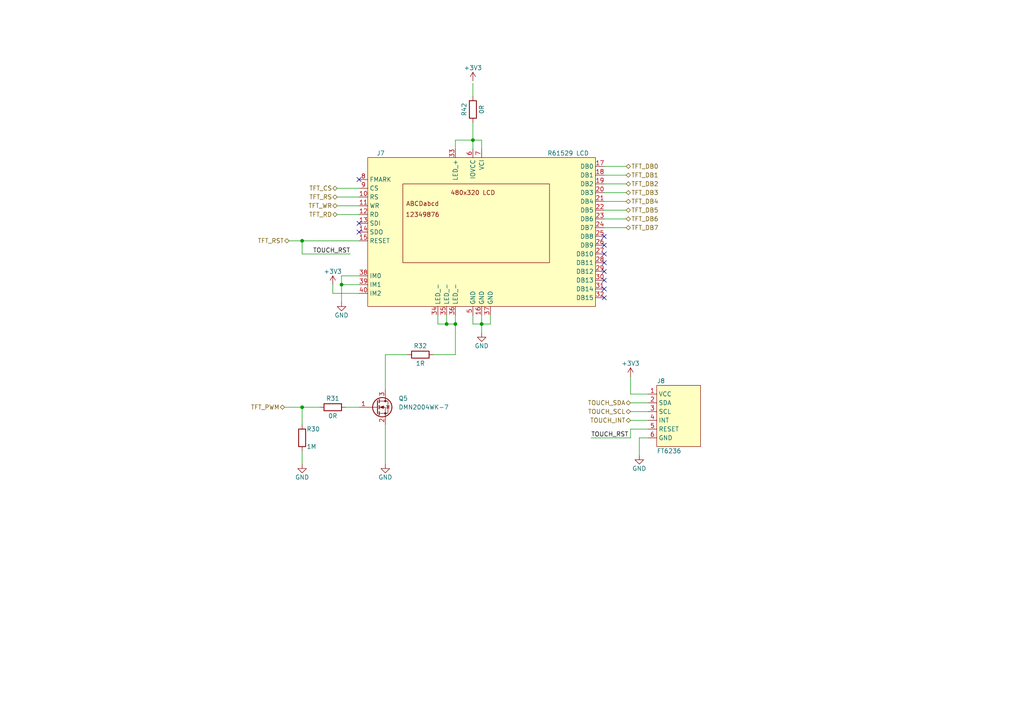
<source format=kicad_sch>
(kicad_sch (version 20211123) (generator eeschema)
  (paper "A4")
  (lib_symbols
    (symbol "Device:R" (pin_numbers hide) (pin_names (offset 0))
      (property "Reference" "R" (at 2.032 0 90))
      (property "Value" "R" (at 0 0 90))
      (symbol "R_0_1"
        (rectangle (start -1.016 -2.54) (end 1.016 2.54) (stroke (width 0.254)))
      )
      (symbol "R_1_1"
        (pin passive line (at 0 3.81 270) (length 1.27) (name "~") (number "1"))
        (pin passive line (at 0 -3.81 90) (length 1.27) (name "~") (number "2"))
      )
    )
    (symbol "power:+3V3" (power) (pin_names (offset 0))
      (property "Value" "+3V3" (at 0 3.556 0))
      (symbol "+3V3_0_1"
        (polyline (pts (xy -0.762 1.27) (xy 0 2.54)))
        (polyline (pts (xy 0 0) (xy 0 2.54)))
        (polyline (pts (xy 0 2.54) (xy 0.762 1.27)))
      )
      (symbol "+3V3_1_1"
        (pin power_in line (at 0 0 90) (length 0) hide (name "+3V3") (number "1"))
      )
    )
    (symbol "power:GND" (power) (pin_names (offset 0))
      (property "Value" "GND" (at 0 -3.81 0))
      (symbol "GND_0_1"
        (polyline (pts (xy 0 0) (xy 0 -1.27) (xy 1.27 -1.27) (xy 0 -2.54) (xy -1.27 -1.27) (xy 0 -1.27)))
      )
      (symbol "GND_1_1"
        (pin power_in line (at 0 0 270) (length 0) hide (name "GND") (number "1"))
      )
    )
    (symbol "z_ic:DMN2004WK-7" (pin_names (offset 0) hide)
      (property "Reference" "Q" (at 5.08 1.27 0))
      (property "Value" "DMN2004WK-7" (at 5.08 -1.27 0))
      (property "Digikey" "DMN2004WKDICT-ND" (at 0 0 0))
      (symbol "DMN2004WK-7_0_1"
        (polyline (pts (xy 0.254 0) (xy -2.54 0)))
        (polyline (pts (xy 0.254 1.905) (xy 0.254 -1.905)) (stroke (width 0.254)))
        (polyline (pts (xy 0.762 -1.27) (xy 0.762 -2.286)) (stroke (width 0.254)))
        (polyline (pts (xy 0.762 0.508) (xy 0.762 -0.508)) (stroke (width 0.254)))
        (polyline (pts (xy 0.762 2.286) (xy 0.762 1.27)) (stroke (width 0.254)))
        (polyline (pts (xy 2.54 2.54) (xy 2.54 1.778)))
        (polyline (pts (xy 2.54 -2.54) (xy 2.54 0) (xy 0.762 0)))
        (polyline (pts (xy 0.762 -1.778) (xy 3.302 -1.778) (xy 3.302 1.778) (xy 0.762 1.778)))
        (polyline (pts (xy 1.016 0) (xy 2.032 0.381) (xy 2.032 -0.381) (xy 1.016 0)) (fill (type outline)))
        (polyline (pts (xy 2.794 0.508) (xy 2.921 0.381) (xy 3.683 0.381) (xy 3.81 0.254)))
        (polyline (pts (xy 3.302 0.381) (xy 2.921 -0.254) (xy 3.683 -0.254) (xy 3.302 0.381)))
        (circle (center 1.651 0) (radius 2.794) (stroke (width 0.254)))
        (circle (center 2.54 -1.778) (radius 0.254) (fill (type outline)))
        (circle (center 2.54 1.778) (radius 0.254) (fill (type outline)))
      )
      (symbol "DMN2004WK-7_1_1"
        (pin input line (at -5.08 0 0) (length 2.54) (name "G") (number "1"))
        (pin passive line (at 2.54 -5.08 90) (length 2.54) (name "S") (number "2"))
        (pin passive line (at 2.54 5.08 270) (length 2.54) (name "D") (number "3"))
      )
    )
    (symbol "z_ic:FT6236"
      (property "Reference" "J" (at 0 7.62 0))
      (property "Value" "FT6236" (at 0 -12.7 0))
      (symbol "FT6236_0_0"
        (rectangle (start -6.35 6.35) (end 6.35 -11.43) (fill (type background)))
      )
      (symbol "FT6236_1_1"
        (pin bidirectional line (at -8.89 3.81 0) (length 2.54) (name "VCC") (number "1"))
        (pin bidirectional line (at -8.89 1.27 0) (length 2.54) (name "SDA") (number "2"))
        (pin bidirectional line (at -8.89 -1.27 0) (length 2.54) (name "SCL") (number "3"))
        (pin bidirectional line (at -8.89 -3.81 0) (length 2.54) (name "INT") (number "4"))
        (pin bidirectional line (at -8.89 -6.35 0) (length 2.54) (name "RESET") (number "5"))
        (pin power_in line (at -8.89 -8.89 0) (length 2.54) (name "GND") (number "6"))
      )
    )
    (symbol "z_ic:R61529 LCD"
      (property "Reference" "J" (at -30.48 22.86 0))
      (property "Value" "R61529 LCD" (at -25.4 -23.495 0))
      (symbol "R61529 LCD_0_0"
        (text "12349876" (at -17.145 5.08 0) (effects (font (size 1.27 1.27))))
        (text "480x320 LCD" (at -2.54 11.43 0) (effects (font (size 1.27 1.27))))
        (text "ABCDabcd" (at -17.145 8.255 0) (effects (font (size 1.27 1.27))))
      )
      (symbol "R61529 LCD_0_1"
        (rectangle (start -33.02 21.59) (end 33.02 -21.59) (fill (type background)))
        (rectangle (start -22.86 13.97) (end 19.685 -8.89))
      )
      (symbol "R61529 LCD_1_1"
        (pin no_connect line (at -35.56 -3.81 0) (length 2.54) hide (name "") (number "1"))
        (pin input line (at -35.56 10.16 0) (length 2.54) (name "RS") (number "10"))
        (pin input line (at -35.56 7.62 0) (length 2.54) (name "WR") (number "11"))
        (pin input line (at -35.56 5.08 0) (length 2.54) (name "RD") (number "12"))
        (pin bidirectional line (at -35.56 2.54 0) (length 2.54) (name "SDI") (number "13"))
        (pin output line (at -35.56 0 0) (length 2.54) (name "SDO") (number "14"))
        (pin input line (at -35.56 -2.54 0) (length 2.54) (name "RESET") (number "15"))
        (pin power_in line (at 0 -24.13 90) (length 2.54) (name "GND") (number "16"))
        (pin bidirectional line (at 35.56 19.05 180) (length 2.54) (name "DB0") (number "17"))
        (pin bidirectional line (at 35.56 16.51 180) (length 2.54) (name "DB1") (number "18"))
        (pin bidirectional line (at 35.56 13.97 180) (length 2.54) (name "DB2") (number "19"))
        (pin no_connect line (at -35.56 -3.81 0) (length 2.54) hide (name "") (number "2"))
        (pin bidirectional line (at 35.56 11.43 180) (length 2.54) (name "DB3") (number "20"))
        (pin bidirectional line (at 35.56 8.89 180) (length 2.54) (name "DB4") (number "21"))
        (pin bidirectional line (at 35.56 6.35 180) (length 2.54) (name "DB5") (number "22"))
        (pin bidirectional line (at 35.56 3.81 180) (length 2.54) (name "DB6") (number "23"))
        (pin bidirectional line (at 35.56 1.27 180) (length 2.54) (name "DB7") (number "24"))
        (pin bidirectional line (at 35.56 -1.27 180) (length 2.54) (name "DB8") (number "25"))
        (pin bidirectional line (at 35.56 -3.81 180) (length 2.54) (name "DB9") (number "26"))
        (pin bidirectional line (at 35.56 -6.35 180) (length 2.54) (name "DB10") (number "27"))
        (pin bidirectional line (at 35.56 -8.89 180) (length 2.54) (name "DB11") (number "28"))
        (pin bidirectional line (at 35.56 -11.43 180) (length 2.54) (name "DB12") (number "29"))
        (pin no_connect line (at -35.56 -3.81 0) (length 2.54) hide (name "") (number "3"))
        (pin bidirectional line (at 35.56 -13.97 180) (length 2.54) (name "DB13") (number "30"))
        (pin bidirectional line (at 35.56 -16.51 180) (length 2.54) (name "DB14") (number "31"))
        (pin bidirectional line (at 35.56 -19.05 180) (length 2.54) (name "DB15") (number "32"))
        (pin power_in line (at -7.62 24.13 270) (length 2.54) (name "LED_+") (number "33"))
        (pin power_in line (at -12.7 -24.13 90) (length 2.54) (name "LED_-") (number "34"))
        (pin power_in line (at -10.16 -24.13 90) (length 2.54) (name "LED_-") (number "35"))
        (pin power_in line (at -7.62 -24.13 90) (length 2.54) (name "LED_-") (number "36"))
        (pin power_in line (at 2.54 -24.13 90) (length 2.54) (name "GND") (number "37"))
        (pin input line (at -35.56 -12.7 0) (length 2.54) (name "IM0") (number "38"))
        (pin input line (at -35.56 -15.24 0) (length 2.54) (name "IM1") (number "39"))
        (pin no_connect line (at -35.56 -3.81 0) (length 2.54) hide (name "") (number "4"))
        (pin input line (at -35.56 -17.78 0) (length 2.54) (name "IM2") (number "40"))
        (pin power_in line (at -2.54 -24.13 90) (length 2.54) (name "GND") (number "5"))
        (pin power_in line (at -2.54 24.13 270) (length 2.54) (name "IOVCC") (number "6"))
        (pin power_in line (at 0 24.13 270) (length 2.54) (name "VCI") (number "7"))
        (pin output line (at -35.56 15.24 0) (length 2.54) (name "FMARK") (number "8"))
        (pin input line (at -35.56 12.7 0) (length 2.54) (name "CS") (number "9"))
      )
    )
  )
  (junction (at 99.06 82.55))
  (junction (at 129.54 93.98))
  (junction (at 132.08 93.98))
  (junction (at 87.63 118.11))
  (junction (at 137.16 40.64))
  (junction (at 87.63 69.85))
  (junction (at 139.7 93.98))
  (no_connect (at 175.26 73.66))
  (no_connect (at 175.26 68.58))
  (no_connect (at 175.26 71.12))
  (no_connect (at 175.26 83.82))
  (no_connect (at 175.26 76.2))
  (no_connect (at 104.14 52.07))
  (no_connect (at 175.26 78.74))
  (no_connect (at 175.26 86.36))
  (no_connect (at 175.26 81.28))
  (no_connect (at 104.14 67.31))
  (no_connect (at 104.14 64.77))
  (wire (pts (xy 137.16 93.98) (xy 139.7 93.98)))
  (wire (pts (xy 175.26 53.34) (xy 181.61 53.34)))
  (wire (pts (xy 87.63 118.11) (xy 87.63 123.19)))
  (wire (pts (xy 129.54 91.44) (xy 129.54 93.98)))
  (wire (pts (xy 111.76 102.87) (xy 118.11 102.87)))
  (wire (pts (xy 175.26 63.5) (xy 181.61 63.5)))
  (wire (pts (xy 137.16 40.64) (xy 132.08 40.64)))
  (wire (pts (xy 137.16 91.44) (xy 137.16 93.98)))
  (wire (pts (xy 139.7 40.64) (xy 137.16 40.64)))
  (wire (pts (xy 104.14 80.01) (xy 99.06 80.01)))
  (wire (pts (xy 129.54 93.98) (xy 132.08 93.98)))
  (wire (pts (xy 104.14 82.55) (xy 99.06 82.55)))
  (wire (pts (xy 87.63 69.85) (xy 104.14 69.85)))
  (wire (pts (xy 132.08 40.64) (xy 132.08 43.18)))
  (wire (pts (xy 175.26 55.88) (xy 181.61 55.88)))
  (wire (pts (xy 127 93.98) (xy 127 91.44)))
  (wire (pts (xy 175.26 48.26) (xy 181.61 48.26)))
  (wire (pts (xy 97.79 59.69) (xy 104.14 59.69)))
  (wire (pts (xy 87.63 73.66) (xy 101.6 73.66)))
  (wire (pts (xy 139.7 93.98) (xy 142.24 93.98)))
  (wire (pts (xy 175.26 58.42) (xy 181.61 58.42)))
  (wire (pts (xy 132.08 93.98) (xy 132.08 102.87)))
  (wire (pts (xy 97.79 57.15) (xy 104.14 57.15)))
  (wire (pts (xy 111.76 113.03) (xy 111.76 102.87)))
  (wire (pts (xy 137.16 35.56) (xy 137.16 40.64)))
  (wire (pts (xy 129.54 93.98) (xy 127 93.98)))
  (wire (pts (xy 187.96 127) (xy 185.42 127)))
  (wire (pts (xy 182.88 127) (xy 182.88 124.46)))
  (wire (pts (xy 104.14 85.09) (xy 96.52 85.09)))
  (wire (pts (xy 182.88 109.22) (xy 182.88 114.3)))
  (wire (pts (xy 87.63 130.81) (xy 87.63 134.62)))
  (wire (pts (xy 182.88 119.38) (xy 187.96 119.38)))
  (wire (pts (xy 182.88 116.84) (xy 187.96 116.84)))
  (wire (pts (xy 139.7 93.98) (xy 139.7 96.52)))
  (wire (pts (xy 87.63 69.85) (xy 87.63 73.66)))
  (wire (pts (xy 97.79 54.61) (xy 104.14 54.61)))
  (wire (pts (xy 137.16 40.64) (xy 137.16 43.18)))
  (wire (pts (xy 175.26 60.96) (xy 181.61 60.96)))
  (wire (pts (xy 142.24 93.98) (xy 142.24 91.44)))
  (wire (pts (xy 137.16 24.13) (xy 137.16 27.94)))
  (wire (pts (xy 175.26 66.04) (xy 181.61 66.04)))
  (wire (pts (xy 139.7 43.18) (xy 139.7 40.64)))
  (wire (pts (xy 99.06 80.01) (xy 99.06 82.55)))
  (wire (pts (xy 100.33 118.11) (xy 104.14 118.11)))
  (wire (pts (xy 99.06 82.55) (xy 99.06 87.63)))
  (wire (pts (xy 125.73 102.87) (xy 132.08 102.87)))
  (wire (pts (xy 182.88 121.92) (xy 187.96 121.92)))
  (wire (pts (xy 111.76 123.19) (xy 111.76 134.62)))
  (wire (pts (xy 82.55 118.11) (xy 87.63 118.11)))
  (wire (pts (xy 182.88 124.46) (xy 187.96 124.46)))
  (wire (pts (xy 96.52 82.55) (xy 96.52 85.09)))
  (wire (pts (xy 175.26 50.8) (xy 181.61 50.8)))
  (wire (pts (xy 171.45 127) (xy 182.88 127)))
  (wire (pts (xy 92.71 118.11) (xy 87.63 118.11)))
  (wire (pts (xy 139.7 91.44) (xy 139.7 93.98)))
  (wire (pts (xy 187.96 114.3) (xy 182.88 114.3)))
  (wire (pts (xy 132.08 91.44) (xy 132.08 93.98)))
  (wire (pts (xy 97.79 62.23) (xy 104.14 62.23)))
  (wire (pts (xy 185.42 127) (xy 185.42 132.08)))
  (wire (pts (xy 83.82 69.85) (xy 87.63 69.85)))
  (label "TOUCH_RST" (at 101.6 73.66 180))
  (label "TOUCH_RST" (at 171.45 127 0))
  (hierarchical_label "TFT_DB7" (shape bidirectional) (at 181.61 66.04 0))
  (hierarchical_label "TFT_DB1" (shape bidirectional) (at 181.61 50.8 0))
  (hierarchical_label "TOUCH_SCL" (shape bidirectional) (at 182.88 119.38 180))
  (hierarchical_label "TFT_WR" (shape bidirectional) (at 97.79 59.69 180))
  (hierarchical_label "TFT_DB2" (shape bidirectional) (at 181.61 53.34 0))
  (hierarchical_label "TFT_CS" (shape bidirectional) (at 97.79 54.61 180))
  (hierarchical_label "TFT_DB3" (shape bidirectional) (at 181.61 55.88 0))
  (hierarchical_label "TFT_RS" (shape bidirectional) (at 97.79 57.15 180))
  (hierarchical_label "TFT_DB5" (shape bidirectional) (at 181.61 60.96 0))
  (hierarchical_label "TFT_RD" (shape bidirectional) (at 97.79 62.23 180))
  (hierarchical_label "TFT_RST" (shape bidirectional) (at 83.82 69.85 180))
  (hierarchical_label "TFT_PWM" (shape bidirectional) (at 82.55 118.11 180))
  (hierarchical_label "TFT_DB4" (shape bidirectional) (at 181.61 58.42 0))
  (hierarchical_label "TFT_DB6" (shape bidirectional) (at 181.61 63.5 0))
  (hierarchical_label "TOUCH_SDA" (shape bidirectional) (at 182.88 116.84 180))
  (hierarchical_label "TFT_DB0" (shape bidirectional) (at 181.61 48.26 0))
  (hierarchical_label "TOUCH_INT" (shape bidirectional) (at 182.88 121.92 180))
  (symbol (lib_id "power:GND") (at 99.06 87.63 0) (unit 1)
    (property "Reference" "#PWR0157" (effects hide))
    (property "Value" "GND" (at 99.06 91.44 0))
  )
  (symbol (lib_id "power:GND") (at 111.76 134.62 0) (unit 1)
    (property "Reference" "#PWR0155" (effects hide))
    (property "Value" "GND" (at 111.76 138.43 0))
  )
  (symbol (lib_id "z_ic:DMN2004WK-7") (at 109.22 118.11 0) (unit 1)
    (property "Reference" "Q5" (at 115.57 115.5699 0) (effects (justify left)))
    (property "Value" "DMN2004WK-7" (at 115.57 118.1099 0) (effects (justify left)))
    (property "Footprint" "Package_TO_SOT_SMD:SOT-323_SC-70" (effects hide))
    (property "Datasheet" "https://www.diodes.com/assets/Datasheets/ds30934.pdf" (effects hide))
    (property "Digikey" "DMN2004WKDICT-ND" (effects hide))
  )
  (symbol (lib_id "Device:R") (at 121.92 102.87 90) (unit 1)
    (property "Reference" "R32" (at 121.92 100.33 90))
    (property "Value" "1R" (at 121.92 105.41 90))
    (property "Footprint" "Resistor_SMD:R_1206_3216Metric" (effects hide))
    (property "Digikey" "CSR1206FT1R00CT-ND" (effects hide))
  )
  (symbol (lib_id "power:+3V3") (at 137.16 23.495 0) (unit 1)
    (property "Reference" "#PWR0158" (effects hide))
    (property "Value" "+3V3" (at 137.16 19.685 0))
  )
  (symbol (lib_id "z_ic:R61529 LCD") (at 139.7 67.31 0) (unit 1)
    (property "Reference" "J7" (at 109.22 44.45 0) (effects (justify left)))
    (property "Value" "R61529 LCD" (at 158.75 44.45 0) (effects (justify left)))
    (property "Footprint" "z_connector:62684-402100ALF" (effects hide))
    (property "Digikey" "WM3431CT-ND" (effects hide))
  )
  (symbol (lib_id "power:+3V3") (at 96.52 82.55 0) (unit 1)
    (property "Reference" "#PWR0156" (effects hide))
    (property "Value" "+3V3" (at 96.52 78.74 0))
  )
  (symbol (lib_id "power:+3V3") (at 182.88 109.22 0) (unit 1)
    (property "Reference" "#PWR0160" (effects hide))
    (property "Value" "+3V3" (at 182.88 105.41 0))
  )
  (symbol (lib_id "power:GND") (at 139.7 96.52 0) (unit 1)
    (property "Reference" "#PWR0159" (effects hide))
    (property "Value" "GND" (at 139.7 100.33 0))
  )
  (symbol (lib_id "power:GND") (at 185.42 132.08 0) (unit 1)
    (property "Reference" "#PWR0161" (effects hide))
    (property "Value" "GND" (at 185.42 135.89 0))
  )
  (symbol (lib_id "z_ic:FT6236") (at 196.85 118.11 0) (unit 1)
    (property "Reference" "J8" (at 190.5 110.49 0) (effects (justify left)))
    (property "Value" "FT6236" (at 190.5 130.81 0) (effects (justify left)))
    (property "Footprint" "z_connector:SFV6R-2STE1HLF" (effects hide))
    (property "Digikey" "609-4332-1-ND" (effects hide))
  )
  (symbol (lib_id "power:GND") (at 87.63 134.62 0) (unit 1)
    (property "Reference" "#PWR0154" (effects hide))
    (property "Value" "GND" (at 87.63 138.43 0))
  )
  (symbol (lib_id "Device:R") (at 137.16 31.75 0) (unit 1)
    (property "Reference" "R42" (at 134.62 31.75 90))
    (property "Value" "0R" (at 139.7 31.75 90))
    (property "Footprint" "Resistor_SMD:R_0603_1608Metric" (effects hide))
    (property "Digikey" "541-0.0SBCT-ND" (effects hide))
  )
  (symbol (lib_id "Device:R") (at 96.52 118.11 90) (unit 1)
    (property "Reference" "R31" (at 96.52 115.57 90))
    (property "Value" "0R" (at 96.52 120.65 90))
    (property "Footprint" "Resistor_SMD:R_0603_1608Metric" (effects hide))
    (property "Digikey" "541-0.0SBCT-ND" (effects hide))
  )
  (symbol (lib_id "Device:R") (at 87.63 127 180) (unit 1)
    (property "Reference" "R30" (at 88.9 124.46 0) (effects (justify right)))
    (property "Value" "1M" (at 88.9 129.54 0) (effects (justify right)))
    (property "Footprint" "Resistor_SMD:R_0603_1608Metric" (effects hide))
    (property "Digikey" "RMCF0603FT1M00CT-ND" (effects hide))
  )
)
</source>
